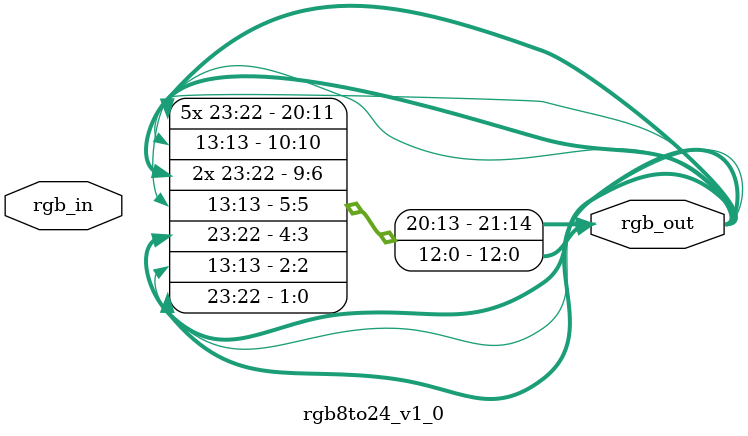
<source format=v>

`timescale 1 ns / 1 ps

	module rgb8to24_v1_0
	(
        input wire[7:0]rgb_in,
        output wire[23:0]rgb_out
	);
    
    assign rgb_out = {
                {4{rgb_out[1:0]}}, //B
                rgb_out[4:2], rgb_out[4:2], rgb_out[4:3], //G
                rgb_out[7:5], rgb_out[7:5], rgb_out[7:6]  //R
            };

	endmodule

</source>
